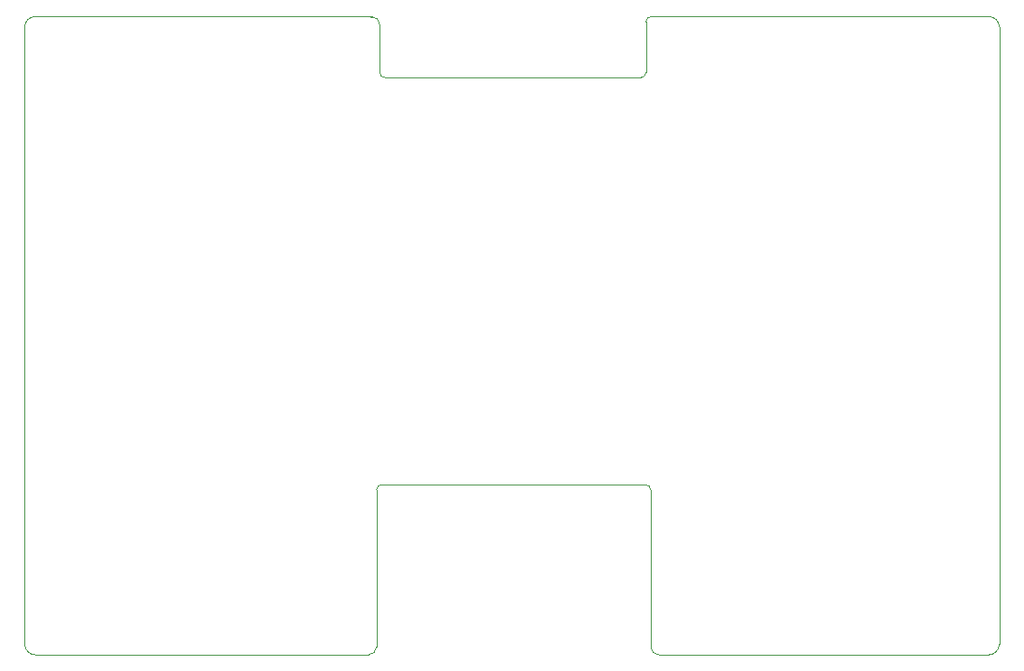
<source format=gbr>
%TF.GenerationSoftware,KiCad,Pcbnew,8.0.9-8.0.9-0~ubuntu24.04.1*%
%TF.CreationDate,2025-06-01T20:39:44+03:00*%
%TF.ProjectId,EV Control System,45562043-6f6e-4747-926f-6c2053797374,rev?*%
%TF.SameCoordinates,Original*%
%TF.FileFunction,Profile,NP*%
%FSLAX46Y46*%
G04 Gerber Fmt 4.6, Leading zero omitted, Abs format (unit mm)*
G04 Created by KiCad (PCBNEW 8.0.9-8.0.9-0~ubuntu24.04.1) date 2025-06-01 20:39:44*
%MOMM*%
%LPD*%
G01*
G04 APERTURE LIST*
%TA.AperFunction,Profile*%
%ADD10C,0.050000*%
%TD*%
G04 APERTURE END LIST*
D10*
X196060000Y-114370000D02*
G75*
G02*
X195060000Y-115370000I-1000000J0D01*
G01*
X162356447Y-61120000D02*
X162060000Y-61120000D01*
X169060000Y-115370000D02*
X164060000Y-115370000D01*
X104510000Y-59745000D02*
X104510000Y-61395000D01*
X162856447Y-60620000D02*
G75*
G02*
X162356447Y-61120047I-500047J0D01*
G01*
X162810000Y-99370000D02*
G75*
G02*
X163310000Y-99870000I0J-500000D01*
G01*
X111810000Y-115370000D02*
X122060000Y-115370000D01*
X104510000Y-81295000D02*
X104510000Y-83545000D01*
X163310000Y-99870000D02*
X163310000Y-101870000D01*
X182760000Y-55370000D02*
X185010000Y-55370000D01*
X196060000Y-57520000D02*
X196060000Y-56370000D01*
X134435000Y-55370000D02*
X127685000Y-55370000D01*
X104510000Y-56370000D02*
G75*
G02*
X105510000Y-55370000I1000000J0D01*
G01*
X171310000Y-55370000D02*
X177260000Y-55370000D01*
X104510000Y-76545000D02*
X104510000Y-81295000D01*
X104510000Y-72895000D02*
X104510000Y-76545000D01*
X185010000Y-55370000D02*
X187010000Y-55370000D01*
X162860000Y-55870000D02*
X162860000Y-56120000D01*
X137560000Y-114620000D02*
G75*
G02*
X136810000Y-115370000I-750000J0D01*
G01*
X104510000Y-96195000D02*
X104510000Y-99195000D01*
X104510000Y-99195000D02*
X104510000Y-101945000D01*
X196060000Y-78670000D02*
X196060000Y-83070000D01*
X163810000Y-55370000D02*
X163363553Y-55373553D01*
X104507931Y-57195000D02*
X104510000Y-58595000D01*
X137560000Y-99870000D02*
G75*
G02*
X138060000Y-99370000I500000J0D01*
G01*
X105510000Y-115370000D02*
G75*
G02*
X104510000Y-114370000I0J1000000D01*
G01*
X187760000Y-55370000D02*
X194910000Y-55370000D01*
X162863553Y-55873553D02*
G75*
G02*
X163363553Y-55373553I500047J-47D01*
G01*
X104510000Y-62945000D02*
X104510000Y-65995000D01*
X181810000Y-115370000D02*
X188910000Y-115370000D01*
X195060000Y-55370000D02*
G75*
G02*
X196060000Y-56370000I0J-1000000D01*
G01*
X137560000Y-99870000D02*
X137560000Y-100620000D01*
X187010000Y-55370000D02*
X187760000Y-55370000D01*
X104510000Y-83545000D02*
X104510000Y-86895000D01*
X104510000Y-61395000D02*
X104510000Y-62945000D01*
X104510000Y-69195000D02*
X104510000Y-71095000D01*
X111807931Y-55370000D02*
X105510000Y-55370000D01*
X162060000Y-61120000D02*
X138560000Y-61120000D01*
X169060000Y-115370000D02*
X181810000Y-115370000D01*
X104510000Y-104595000D02*
X104510000Y-110745000D01*
X196060000Y-83070000D02*
X196060000Y-87782500D01*
X188910000Y-115370000D02*
X195060000Y-115370000D01*
X136810000Y-55370000D02*
X137129670Y-55389670D01*
X104510000Y-110745000D02*
X104510000Y-114370000D01*
X196060000Y-57520000D02*
X196060000Y-72720000D01*
X194910000Y-55370000D02*
X195060000Y-55370000D01*
X196060000Y-78670000D02*
X196060000Y-72720000D01*
X163810000Y-55370000D02*
X171310000Y-55370000D01*
X138360000Y-61120000D02*
X138560000Y-61120000D01*
X134435000Y-55370000D02*
X136810000Y-55370000D01*
X122560000Y-55370000D02*
X111807931Y-55370000D01*
X164060000Y-115370000D02*
G75*
G02*
X163310000Y-114620000I0J750000D01*
G01*
X104510000Y-71095000D02*
X104510000Y-72895000D01*
X137129670Y-55389670D02*
G75*
G02*
X137860030Y-56120000I30J-730330D01*
G01*
X104510000Y-65995000D02*
X104510000Y-69195000D01*
X180860000Y-55370000D02*
X182760000Y-55370000D01*
X196060000Y-111720000D02*
X196060000Y-97870000D01*
X136810000Y-115370000D02*
X122060000Y-115370000D01*
X105510000Y-115370000D02*
X111810000Y-115370000D01*
X122560000Y-55370000D02*
X127560000Y-55370000D01*
X196060000Y-97870000D02*
X196060000Y-87782500D01*
X104510000Y-90445000D02*
X104510000Y-94345000D01*
X163310000Y-114620000D02*
X163310000Y-101870000D01*
X177260000Y-55370000D02*
X180860000Y-55370000D01*
X162856447Y-56120000D02*
X162856447Y-60620000D01*
X127685000Y-55370000D02*
X127560000Y-55370000D01*
X196060000Y-114370000D02*
X196060000Y-111720000D01*
X104510000Y-86895000D02*
X104510000Y-90445000D01*
X104510000Y-94345000D02*
X104510000Y-96195000D01*
X104510000Y-56370000D02*
X104507931Y-57195000D01*
X138060000Y-99370000D02*
X162810000Y-99370000D01*
X137860000Y-56120000D02*
X137860000Y-60620000D01*
X137560000Y-114620000D02*
X137560000Y-100620000D01*
X104510000Y-58595000D02*
X104510000Y-59745000D01*
X104510000Y-101945000D02*
X104510000Y-104595000D01*
X138360000Y-61120000D02*
G75*
G02*
X137860000Y-60620000I0J500000D01*
G01*
M02*

</source>
